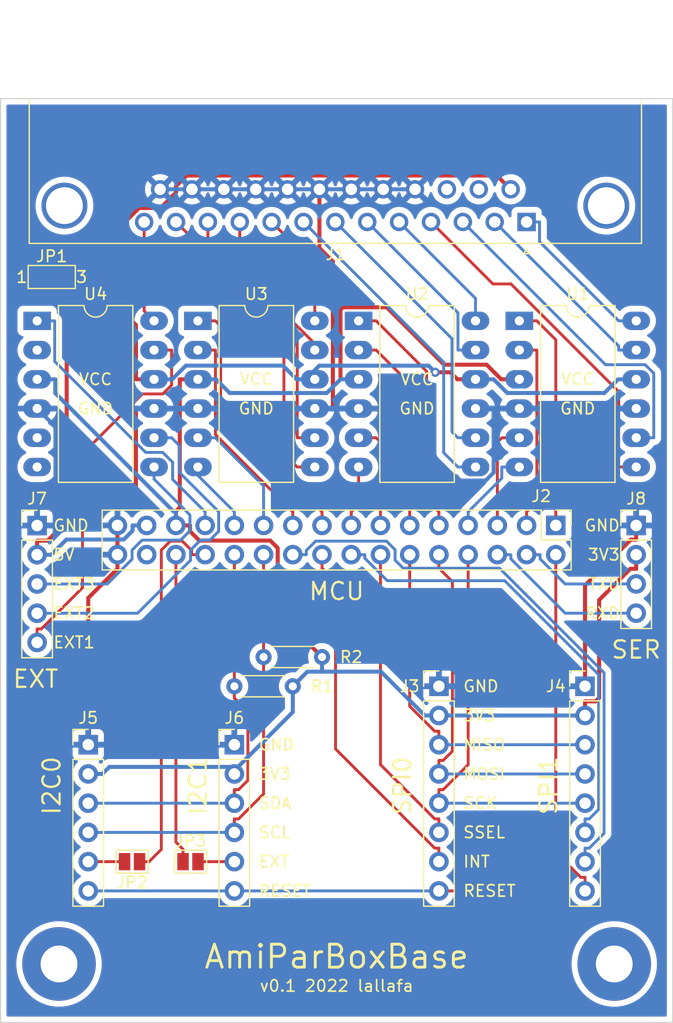
<source format=kicad_pcb>
(kicad_pcb (version 20211014) (generator pcbnew)
  (layers (0 "F.Cu" signal) (31 "B.Cu" signal) (34 "B.Paste" user) (35 "F.Paste" user) (36 "B.SilkS" user "B.Silkscreen") (37 "F.SilkS" user "F.Silkscreen") (38 "B.Mask" user) (39 "F.Mask" user) (44 "Edge.Cuts" user))
  (net 0 "")
  (net 1 "/STROBE")
  (net 2 "/DATA2_PAR")
  (net 3 "/DATA0")
  (net 4 "/DATA1_PAR")
  (net 5 "+3V3")
  (net 6 "GND")
  (net 7 "/+5V_LVL")
  (net 8 "/DATA1")
  (net 9 "/DATA0_PAR")
  (net 10 "/DATA2")
  (net 11 "/STROBE_PAR")
  (net 12 "/DATA3")
  (net 13 "/DATA6_PAR")
  (net 14 "/DATA4")
  (net 15 "/DATA5_PAR")
  (net 16 "/DATA5")
  (net 17 "/DATA4_PAR")
  (net 18 "/DATA6")
  (net 19 "/DATA3_PAR")
  (net 20 "/DATA7")
  (net 21 "/POUT_PAR")
  (net 22 "/ACK")
  (net 23 "/BUSY_PAR")
  (net 24 "/BUSY")
  (net 25 "/ACK_PAR")
  (net 26 "/POUT")
  (net 27 "/DATA7_PAR")
  (net 28 "VCC")
  (net 29 "/SEL")
  (net 30 "/SEL_PAR")
  (net 31 "/+5V_PAR")
  (net 32 "/MISO")
  (net 33 "/MOSI")
  (net 34 "/SCK")
  (net 35 "/SSEL0")
  (net 36 "/SSEL1")
  (net 37 "/SDA")
  (net 38 "/SCL")
  (net 39 "/RESET")
  (net 40 "/INT0")
  (net 41 "/INT1")
  (net 44 "/EXT3_3V3")
  (net 45 "/EXT2_3V3")
  (net 46 "/EXT1_3V3")
  (net 47 "/EXT1_5V")
  (net 48 "/EXT2_5V")
  (net 49 "/EXT3_5V")
  (net 50 "/EXT1")
  (net 51 "/EXT2")
  (net 52 "/EXT3")
  (net 53 "/RXD")
  (net 54 "/TXD")
  (net 55 "Net-(J5-Pad5)")
  (net 56 "Net-(J6-Pad5)")
  (footprint "MountingHole:MountingHole_3.2mm_M3_Pad" (layer "F.Cu") (at 129.54 107.95)
    (fp_text reference "H2" hide)
    (fp_text value "MountingHole" hide)
  )
  (footprint "Connector_PinHeader_2.54mm:PinHeader_1x06_P2.54mm_Vertical" (layer "F.Cu") (at 83.82 88.9)
    (fp_text reference "J5")
    (fp_text value "I2C0")
  )
  (footprint "Package_DIP:DIP-12_W10.16mm_LongPads" (layer "F.Cu") (at 93.35 52.07)
    (fp_text reference "U3")
    (fp_text value "LevelShifter_4" hide)
  )
  (footprint "Connector_PinHeader_2.54mm:PinHeader_1x06_P2.54mm_Vertical" (layer "F.Cu") (at 96.52 88.9)
    (fp_text reference "J6")
    (fp_text value "I2C1")
  )
  (footprint "Connector_PinHeader_2.54mm:PinHeader_1x05_P2.54mm_Vertical" (layer "F.Cu") (at 79.375 69.855)
    (fp_text reference "J7")
    (fp_text value "EXT_5V")
  )
  (footprint "Package_DIP:DIP-12_W10.16mm_LongPads" (layer "F.Cu") (at 107.32 52.07)
    (fp_text reference "U2")
    (fp_text value "LevelShifter_4" hide)
  )
  (footprint "Resistor_THT:R_Axial_DIN0204_L3.6mm_D1.6mm_P5.08mm_Horizontal" (layer "F.Cu") (at 101.6 83.82 180)
    (fp_text reference "R1")
    (fp_text value "4k7")
  )
  (footprint "MountingHole:MountingHole_3.2mm_M3_Pad" (layer "F.Cu") (at 81.28 107.95)
    (fp_text reference "H1" hide)
    (fp_text value "MountingHole" hide)
  )
  (footprint "Connector_PinHeader_2.54mm:PinHeader_1x08_P2.54mm_Vertical" (layer "F.Cu") (at 114.3 83.82)
    (fp_text reference "J3")
    (fp_text value "SPI0")
  )
  (footprint "Jumper:SolderJumper-2_P1.3mm_Open_Pad1.0x1.5mm" (layer "F.Cu") (at 92.71 99.06)
    (fp_text reference "JP3")
    (fp_text value "SolderJumper_2_Open" hide)
  )
  (footprint "Package_DIP:DIP-12_W10.16mm_LongPads" (layer "F.Cu") (at 121.29 52.07)
    (fp_text reference "U1")
    (fp_text value "LevelShifter_4" hide)
  )
  (footprint "Resistor_THT:R_Axial_DIN0204_L3.6mm_D1.6mm_P5.08mm_Horizontal" (layer "F.Cu") (at 104.14 81.28 180)
    (fp_text reference "R2")
    (fp_text value "4k7")
  )
  (footprint "Connector_Dsub:DSUB-25_Male_Horizontal_P2.77x2.84mm_EdgePinOffset7.70mm_Housed_MountingHolesOffset9.12mm" (layer "F.Cu") (at 121.92 43.48 180)
    (fp_text reference "J1")
    (fp_text value "DB25_Male")
  )
  (footprint "Jumper:SolderJumper-3_P1.3mm_Bridged2Bar12_Pad1.0x1.5mm_NumberLabels" (layer "F.Cu") (at 80.645 48.26)
    (fp_text reference "JP1")
    (fp_text value "SolderJumper_3_Bridged12" hide)
  )
  (footprint "Connector_PinHeader_2.54mm:PinHeader_1x08_P2.54mm_Vertical" (layer "F.Cu") (at 127 83.82)
    (fp_text reference "J4")
    (fp_text value "SPI1")
  )
  (footprint "Package_DIP:DIP-12_W10.16mm_LongPads" (layer "F.Cu") (at 79.38 52.07)
    (fp_text reference "U4")
    (fp_text value "LevelShifter_4" hide)
  )
  (footprint "Connector_PinHeader_2.54mm:PinHeader_1x04_P2.54mm_Vertical" (layer "F.Cu") (at 131.445 69.85)
    (fp_text reference "J8")
    (fp_text value "SER")
  )
  (footprint "Connector_PinHeader_2.54mm:PinHeader_2x16_P2.54mm_Vertical" (layer "F.Cu") (at 124.46 69.845 -90)
    (fp_text reference "J2")
    (fp_text value "MCU")
  )
  (footprint "Jumper:SolderJumper-2_P1.3mm_Open_Pad1.0x1.5mm" (layer "F.Cu") (at 87.63 99.06 180)
    (fp_text reference "JP2")
    (fp_text value "SolderJumper_2_Open" hide)
  )
  (gr_line (start 76.2 32.766) (end 134.62 32.766) (layer "Edge.Cuts") (width 0.1))
  (gr_line (start 134.62 32.766) (end 134.62 113.03) (layer "Edge.Cuts") (width 0.1))
  (gr_line (start 76.2 113.03) (end 76.2 32.766) (layer "Edge.Cuts") (width 0.1))
  (gr_line (start 134.62 113.03) (end 76.2 113.03) (layer "Edge.Cuts") (width 0.1))
  (gr_text "SSEL" (at 116.332 96.52) (layer "F.SilkS") (effects (font (size 1 1)) (justify left)))
  (gr_text "SDA" (at 98.552 93.98) (layer "F.SilkS") (effects (font (size 1 1)) (justify left)))
  (gr_text "5V" (at 80.705 72.39) (layer "F.SilkS") (effects (font (size 1 1)) (justify left)))
  (gr_text "AmiParBoxBase" (at 105.41 107.315) (layer "F.SilkS") (effects (font (size 2 2) (thickness 0.25))))
  (gr_text "GND" (at 98.425 59.69) (layer "F.SilkS") (effects (font (size 1 1))))
  (gr_text "GND" (at 126.365 59.69) (layer "F.SilkS") (effects (font (size 1 1))))
  (gr_text "RESET" (at 116.332 101.6) (layer "F.SilkS") (effects (font (size 1 1)) (justify left)))
  (gr_text "VCC" (at 112.395 57.15) (layer "F.SilkS") (effects (font (size 1 1))))
  (gr_text "TXD" (at 130.115 74.93) (layer "F.SilkS") (effects (font (size 1 1)) (justify right)))
  (gr_text "VCC" (at 98.425 57.15) (layer "F.SilkS") (effects (font (size 1 1))))
  (gr_text "SER" (at 131.445 80.645) (layer "F.SilkS") (effects (font (size 1.5 1.5) (thickness 0.2))))
  (gr_text "EXT2" (at 80.705 77.47) (layer "F.SilkS") (effects (font (size 1 1)) (justify left)))
  (gr_text "I2C1" (at 93.345 92.456 90) (layer "F.SilkS") (effects (font (size 1.5 1.5) (thickness 0.2))))
  (gr_text "GND" (at 130.115 69.85) (layer "F.SilkS") (effects (font (size 1 1)) (justify right)))
  (gr_text "EXT3" (at 80.705 74.93) (layer "F.SilkS") (effects (font (size 1 1)) (justify left)))
  (gr_text "EXT" (at 79.248 83.185) (layer "F.SilkS") (effects (font (size 1.5 1.5) (thickness 0.2))))
  (gr_text "RXD" (at 130.115 77.47) (layer "F.SilkS") (effects (font (size 1 1)) (justify right)))
  (gr_text "MISO" (at 116.332 88.9) (layer "F.SilkS") (effects (font (size 1 1)) (justify left)))
  (gr_text "GND" (at 112.395 59.69) (layer "F.SilkS") (effects (font (size 1 1))))
  (gr_text "I2C0" (at 80.645 92.456 90) (layer "F.SilkS") (effects (font (size 1.5 1.5) (thickness 0.2))))
  (gr_text "3V3" (at 116.332 86.36) (layer "F.SilkS") (effects (font (size 1 1)) (justify left)))
  (gr_text "GND" (at 84.455 59.69) (layer "F.SilkS") (effects (font (size 1 1))))
  (gr_text "VCC" (at 126.365 57.15) (layer "F.SilkS") (effects (font (size 1 1))))
  (gr_text "RESET" (at 98.552 101.6) (layer "F.SilkS") (effects (font (size 1 1)) (justify left)))
  (gr_text "SPI1" (at 123.825 92.456 90) (layer "F.SilkS") (effects (font (size 1.5 1.5) (thickness 0.2))))
  (gr_text "GND" (at 98.552 88.9) (layer "F.SilkS") (effects (font (size 1 1)) (justify left)))
  (gr_text "MOSI" (at 116.332 91.44) (layer "F.SilkS") (effects (font (size 1 1)) (justify left)))
  (gr_text "VCC" (at 84.455 57.15) (layer "F.SilkS") (effects (font (size 1 1))))
  (gr_text "GND" (at 116.332 83.82) (layer "F.SilkS") (effects (font (size 1 1)) (justify left)))
  (gr_text "EXT1" (at 80.705 80.01) (layer "F.SilkS") (effects (font (size 1 1)) (justify left)))
  (gr_text "v0.1 2022 lallafa" (at 105.41 109.855) (layer "F.SilkS") (effects (font (size 1 1))))
  (gr_text "MCU" (at 105.41 75.565) (layer "F.SilkS") (effects (font (size 1.5 1.5) (thickness 0.2))))
  (gr_text "SPI0" (at 111.125 92.456 90) (layer "F.SilkS") (effects (font (size 1.5 1.5) (thickness 0.2))))
  (gr_text "SCK" (at 116.332 93.98) (layer "F.SilkS") (effects (font (size 1 1)) (justify left)))
  (gr_text "EXT" (at 98.552 99.06) (layer "F.SilkS") (effects (font (size 1 1)) (justify left)))
  (gr_text "GND" (at 80.705 69.85) (layer "F.SilkS") (effects (font (size 1 1)) (justify left)))
  (gr_text "INT" (at 116.332 99.06) (layer "F.SilkS") (effects (font (size 1 1)) (justify left)))
  (gr_text "3V3" (at 98.552 91.44) (layer "F.SilkS") (effects (font (size 1 1)) (justify left)))
  (gr_text "3V3" (at 130.115 72.39) (layer "F.SilkS") (effects (font (size 1 1)) (justify right)))
  (gr_text "SCL" (at 98.552 96.52) (layer "F.SilkS") (effects (font (size 1 1)) (justify left)))
  (segment (start 122.8153 52.07) (end 124.46 53.7147) (width 0.25) (layer "F.Cu") (net 1))
  (segment (start 121.29 52.07) (end 122.8153 52.07) (width 0.25) (layer "F.Cu") (net 1))
  (segment (start 124.46 53.7147) (end 124.46 69.845) (width 0.25) (layer "F.Cu") (net 1))
  (segment (start 118.9939 48.8639) (end 120.5624 48.8639) (width 0.25) (layer "F.Cu") (net 2))
  (segment (start 131.45 64.77) (end 129.9247 64.77) (width 0.25) (layer "F.Cu") (net 2))
  (segment (start 129.9247 58.2262) (end 129.9247 64.77) (width 0.25) (layer "F.Cu") (net 2))
  (segment (start 113.61 43.48) (end 118.9939 48.8639) (width 0.25) (layer "F.Cu") (net 2))
  (segment (start 120.5624 48.8639) (end 129.9247 58.2262) (width 0.25) (layer "F.Cu") (net 2))
  (segment (start 121.92 69.845) (end 121.92 68.6697) (width 0.25) (layer "F.Cu") (net 3))
  (segment (start 122.8153 67.7744) (end 122.8153 54.61) (width 0.25) (layer "F.Cu") (net 3))
  (segment (start 121.92 68.6697) (end 122.8153 67.7744) (width 0.25) (layer "F.Cu") (net 3))
  (segment (start 121.29 54.61) (end 122.8153 54.61) (width 0.25) (layer "F.Cu") (net 3))
  (segment (start 128.78 55.88) (end 132.2306 55.88) (width 0.25) (layer "B.Cu") (net 4))
  (segment (start 132.9753 56.6247) (end 132.9753 62.23) (width 0.25) (layer "B.Cu") (net 4))
  (segment (start 116.38 43.48) (end 128.78 55.88) (width 0.25) (layer "B.Cu") (net 4))
  (segment (start 131.45 62.23) (end 132.9753 62.23) (width 0.25) (layer "B.Cu") (net 4))
  (segment (start 132.2306 55.88) (end 132.9753 56.6247) (width 0.25) (layer "B.Cu") (net 4))
  (segment (start 114.75 55.88) (end 118.4447 55.88) (width 0.35) (layer "F.Cu") (net 5))
  (segment (start 91.7747 68.285) (end 91.7747 57.15) (width 0.35) (layer "F.Cu") (net 5))
  (segment (start 100.2854 77.4254) (end 100.2854 71.8052) (width 0.35) (layer "F.Cu") (net 5))
  (segment (start 105.9415 50.8946) (end 109.7646 50.8946) (width 0.35) (layer "F.Cu") (net 5))
  (segment (start 128.2253 76.3272) (end 130.9372 73.6153) (width 0.35) (layer "F.Cu") (net 5))
  (segment (start 99.6398 71.1596) (end 93.4721 71.1596) (width 0.35) (layer "F.Cu") (net 5))
  (segment (start 121.29 57.15) (end 119.7147 57.15) (width 0.35) (layer "F.Cu") (net 5))
  (segment (start 91.44 69.845) (end 92.6653 69.845) (width 0.35) (layer "F.Cu") (net 5))
  (segment (start 130.9372 73.6153) (end 131.445 73.6153) (width 0.35) (layer "F.Cu") (net 5))
  (segment (start 104.14 81.28) (end 100.2854 77.4254) (width 0.35) (layer "F.Cu") (net 5))
  (segment (start 127.919 85.1347) (end 128.2253 84.8284) (width 0.35) (layer "F.Cu") (net 5))
  (segment (start 100.2854 71.8052) (end 99.6398 71.1596) (width 0.35) (layer "F.Cu") (net 5))
  (segment (start 118.4447 55.88) (end 119.7147 57.15) (width 0.35) (layer "F.Cu") (net 5))
  (segment (start 128.2253 84.8284) (end 128.2253 76.3272) (width 0.35) (layer "F.Cu") (net 5))
  (segment (start 105.7447 51.0914) (end 105.9415 50.8946) (width 0.35) (layer "F.Cu") (net 5))
  (segment (start 93.4721 71.1596) (end 92.6653 70.3528) (width 0.35) (layer "F.Cu") (net 5))
  (segment (start 92.6653 70.3528) (end 92.6653 69.845) (width 0.35) (layer "F.Cu") (net 5))
  (segment (start 91.44 69.845) (end 91.44 68.6197) (width 0.35) (layer "F.Cu") (net 5))
  (segment (start 93.35 57.15) (end 91.7747 57.15) (width 0.35) (layer "F.Cu") (net 5))
  (segment (start 105.7447 57.15) (end 105.7447 51.0914) (width 0.35) (layer "F.Cu") (net 5))
  (segment (start 127 86.36) (end 127 85.1347) (width 0.35) (layer "F.Cu") (net 5))
  (segment (start 107.32 57.15) (end 105.7447 57.15) (width 0.35) (layer "F.Cu") (net 5))
  (segment (start 109.7646 50.8946) (end 114.75 55.88) (width 0.35) (layer "F.Cu") (net 5))
  (segment (start 127 85.1347) (end 127.919 85.1347) (width 0.35) (layer "F.Cu") (net 5))
  (segment (start 131.445 72.39) (end 131.445 73.6153) (width 0.35) (layer "F.Cu") (net 5))
  (segment (start 91.44 68.6197) (end 91.7747 68.285) (width 0.35) (layer "F.Cu") (net 5))
  (segment (start 104.5542 58.3405) (end 96.1158 58.3405) (width 0.35) (layer "B.Cu") (net 5))
  (segment (start 114.3 86.36) (end 113.0747 86.36) (width 0.35) (layer "B.Cu") (net 5))
  (segment (start 93.35 57.15) (end 94.9253 57.15) (width 0.35) (layer "B.Cu") (net 5))
  (segment (start 91.44 69.845) (end 91.44 68.6197) (width 0.35) (layer "B.Cu") (net 5))
  (segment (start 104.14 82.55) (end 109.2647 82.55) (width 0.35) (layer "B.Cu") (net 5))
  (segment (start 104.14 82.55) (end 102.87 82.55) (width 0.35) (layer "B.Cu") (net 5))
  (segment (start 85.658 90.8273) (end 85.0453 91.44) (width 0.35) (layer "B.Cu") (net 5))
  (segment (start 127 86.36) (end 114.3 86.36) (width 0.35) (layer "B.Cu") (net 5))
  (segment (start 79.38 57.15) (end 80.9553 57.15) (width 0.35) (layer "B.Cu") (net 5))
  (segment (start 96.8335 90.8273) (end 96.52 90.8273) (width 0.35) (layer "B.Cu") (net 5))
  (segment (start 80.9553 57.15) (end 80.9553 58.3516) (width 0.35) (layer "B.Cu") (net 5))
  (segment (start 101.6 83.82) (end 101.6 86.0608) (width 0.35) (layer "B.Cu") (net 5))
  (segment (start 105.7447 57.15) (end 104.5542 58.3405) (width 0.35) (layer "B.Cu") (net 5))
  (segment (start 91.2234 68.6197) (end 91.44 68.6197) (width 0.35) (layer "B.Cu") (net 5))
  (segment (start 96.52 90.8273) (end 85.658 90.8273) (width 0.35) (layer "B.Cu") (net 5))
  (segment (start 101.6 86.0608) (end 96.8335 90.8273) (width 0.35) (layer "B.Cu") (net 5))
  (segment (start 96.52 91.44) (end 96.52 90.8273) (width 0.35) (layer "B.Cu") (net 5))
  (segment (start 104.14 81.28) (end 104.14 82.55) (width 0.35) (layer "B.Cu") (net 5))
  (segment (start 96.1158 58.3405) (end 94.9253 57.15) (width 0.35) (layer "B.Cu") (net 5))
  (segment (start 80.9553 58.3516) (end 91.2234 68.6197) (width 0.35) (layer "B.Cu") (net 5))
  (segment (start 107.32 57.15) (end 105.7447 57.15) (width 0.35) (layer "B.Cu") (net 5))
  (segment (start 102.87 82.55) (end 101.6 83.82) (width 0.35) (layer "B.Cu") (net 5))
  (segment (start 83.82 91.44) (end 85.0453 91.44) (width 0.35) (layer "B.Cu") (net 5))
  (segment (start 109.2647 82.55) (end 113.0747 86.36) (width 0.35) (layer "B.Cu") (net 5))
  (segment (start 87.9647 59.69) (end 87.9647 67.015) (width 0.35) (layer "F.Cu") (net 6))
  (segment (start 127 75.0608) (end 130.9855 71.0753) (width 0.35) (layer "F.Cu") (net 6))
  (segment (start 87.9647 67.015) (end 86.36 68.6197) (width 0.35) (layer "F.Cu") (net 6))
  (segment (start 83.82 76.1503) (end 83.82 88.9) (width 0.35) (layer "F.Cu") (net 6))
  (segment (start 103.51 59.69) (end 104.2977 59.69) (width 0.35) (layer "F.Cu") (net 6))
  (segment (start 86.36 72.385) (end 86.36 69.845) (width 0.35) (layer "F.Cu") (net 6))
  (segment (start 127 83.82) (end 127 75.0608) (width 0.35) (layer "F.Cu") (net 6))
  (segment (start 86.36 73.6103) (end 83.82 76.1503) (width 0.35) (layer "F.Cu") (net 6))
  (segment (start 105.0853 46.9188) (end 103.915 45.7485) (width 0.35) (layer "F.Cu") (net 6))
  (segment (start 131.445 69.85) (end 131.445 71.0753) (width 0.35) (layer "F.Cu") (net 6))
  (segment (start 86.36 69.845) (end 86.36 68.6197) (width 0.35) (layer "F.Cu") (net 6))
  (segment (start 86.36 72.385) (end 86.36 73.6103) (width 0.35) (layer "F.Cu") (net 6))
  (segment (start 103.915 45.7485) (end 103.915 40.64) (width 0.35) (layer "F.Cu") (net 6))
  (segment (start 105.0853 59.69) (end 105.0853 46.9188) (width 0.35) (layer "F.Cu") (net 6))
  (segment (start 130.9855 71.0753) (end 131.445 71.0753) (width 0.35) (layer "F.Cu") (net 6))
  (segment (start 104.2977 59.69) (end 105.0853 59.69) (width 0.35) (layer "F.Cu") (net 6))
  (segment (start 105.0853 59.69) (end 107.32 59.69) (width 0.35) (layer "F.Cu") (net 6))
  (segment (start 89.54 59.69) (end 87.9647 59.69) (width 0.35) (layer "F.Cu") (net 6))
  (segment (start 131.445 69.85) (end 131.445 68.6247) (width 0.35) (layer "B.Cu") (net 6))
  (segment (start 79.375 69.855) (end 80.6003 69.855) (width 0.35) (layer "B.Cu") (net 6))
  (segment (start 95.605 40.64) (end 98.375 40.64) (width 0.35) (layer "B.Cu") (net 6))
  (segment (start 96.52 88.9) (end 83.82 88.9) (width 0.35) (layer "B.Cu") (net 6))
  (segment (start 98.375 40.64) (end 101.145 40.64) (width 0.35) (layer "B.Cu") (net 6))
  (segment (start 106.685 40.64) (end 109.455 40.64) (width 0.35) (layer "B.Cu") (net 6))
  (segment (start 80.9697 69.845) (end 80.6103 69.845) (width 0.35) (layer "B.Cu") (net 6))
  (segment (start 101.145 40.64) (end 103.915 40.64) (width 0.35) (layer "B.Cu") (net 6))
  (segment (start 103.915 40.64) (end 106.685 40.64) (width 0.35) (layer "B.Cu") (net 6))
  (segment (start 86.36 69.845) (end 80.9697 69.845) (width 0.35) (layer "B.Cu") (net 6))
  (segment (start 117.48 59.69) (end 119.0553 59.69) (width 0.35) (layer "B.Cu") (net 6))
  (segment (start 129.8656 59.69) (end 121.29 59.69) (width 0.35) (layer "B.Cu") (net 6))
  (segment (start 95.605 40.64) (end 92.835 40.64) (width 0.35) (layer "B.Cu") (net 6))
  (segment (start 115.1539 65.9486) (end 118.3637 65.9486) (width 0.35) (layer "B.Cu") (net 6))
  (segment (start 109.455 40.64) (end 112.225 40.64) (width 0.35) (layer "B.Cu") (net 6))
  (segment (start 119.0553 65.257) (end 119.0553 59.69) (width 0.35) (layer "B.Cu") (net 6))
  (segment (start 107.32 59.69) (end 108.8953 59.69) (width 0.35) (layer "B.Cu") (net 6))
  (segment (start 129.8656 67.0453) (end 131.445 68.6247) (width 0.35) (layer "B.Cu") (net 6))
  (segment (start 108.8953 59.69) (end 115.1539 65.9486) (width 0.35) (layer "B.Cu") (net 6))
  (segment (start 127 83.82) (end 114.3 83.82) (width 0.35) (layer "B.Cu") (net 6))
  (segment (start 118.3637 65.9486) (end 119.0553 65.257) (width 0.35) (layer "B.Cu") (net 6))
  (segment (start 103.51 59.69) (end 93.35 59.69) (width 0.35) (layer "B.Cu") (net 6))
  (segment (start 92.835 40.64) (end 90.065 40.64) (width 0.35) (layer "B.Cu") (net 6))
  (segment (start 121.29 59.69) (end 119.0553 59.69) (width 0.35) (layer "B.Cu") (net 6))
  (segment (start 80.9697 61.2797) (end 79.38 59.69) (width 0.35) (layer "B.Cu") (net 6))
  (segment (start 131.45 59.69) (end 129.8656 59.69) (width 0.35) (layer "B.Cu") (net 6))
  (segment (start 129.8656 59.69) (end 129.8656 67.0453) (width 0.35) (layer "B.Cu") (net 6))
  (segment (start 80.9697 69.845) (end 80.9697 61.2797) (width 0.35) (layer "B.Cu") (net 6))
  (segment (start 80.6103 69.845) (end 80.6003 69.855) (width 0.35) (layer "B.Cu") (net 6))
  (segment (start 89.54 59.69) (end 93.35 59.69) (width 0.35) (layer "B.Cu") (net 6))
  (segment (start 87.9647 57.15) (end 87.9647 52.4292) (width 0.35) (layer "F.Cu") (net 7))
  (segment (start 87.9647 52.4292) (end 82.6702 47.1347) (width 0.35) (layer "F.Cu") (net 7))
  (segment (start 117.48 57.15) (end 115.9047 57.15) (width 0.35) (layer "F.Cu") (net 7))
  (segment (start 115.2944 56.5397) (end 115.9047 57.15) (width 0.35) (layer "F.Cu") (net 7))
  (segment (start 89.54 57.15) (end 87.9647 57.15) (width 0.35) (layer "F.Cu") (net 7))
  (segment (start 113.9712 56.5397) (end 115.2944 56.5397) (width 0.35) (layer "F.Cu") (net 7))
  (segment (start 82.6702 47.1347) (end 80.645 47.1347) (width 0.35) (layer "F.Cu") (net 7))
  (segment (start 80.645 48.26) (end 80.645 47.1347) (width 0.35) (layer "F.Cu") (net 7))
  (via (at 113.9712 56.5397) (size 0.8) (drill 0.4) (layers "F.Cu" "B.Cu") (net 7))
  (segment (start 92.3058 55.9595) (end 100.7442 55.9595) (width 0.35) (layer "B.Cu") (net 7))
  (segment (start 103.51 57.15) (end 102.7224 57.15) (width 0.35) (layer "B.Cu") (net 7))
  (segment (start 103.9099 55.9625) (end 113.394 55.9625) (width 0.35) (layer "B.Cu") (net 7))
  (segment (start 91.1153 57.15) (end 92.3058 55.9595) (width 0.35) (layer "B.Cu") (net 7))
  (segment (start 117.48 57.15) (end 119.0553 57.15) (width 0.35) (layer "B.Cu") (net 7))
  (segment (start 129.8747 57.15) (end 128.6842 58.3405) (width 0.35) (layer "B.Cu") (net 7))
  (segment (start 113.394 55.9625) (end 113.9712 56.5397) (width 0.35) (layer "B.Cu") (net 7))
  (segment (start 131.45 57.15) (end 129.8747 57.15) (width 0.35) (layer "B.Cu") (net 7))
  (segment (start 89.54 57.15) (end 91.1153 57.15) (width 0.35) (layer "B.Cu") (net 7))
  (segment (start 102.7224 57.15) (end 101.9347 57.15) (width 0.35) (layer "B.Cu") (net 7))
  (segment (start 128.6842 58.3405) (end 120.2458 58.3405) (width 0.35) (layer "B.Cu") (net 7))
  (segment (start 102.7224 57.15) (end 103.9099 55.9625) (width 0.35) (layer "B.Cu") (net 7))
  (segment (start 120.2458 58.3405) (end 119.0553 57.15) (width 0.35) (layer "B.Cu") (net 7))
  (segment (start 100.7442 55.9595) (end 101.9347 57.15) (width 0.35) (layer "B.Cu") (net 7))
  (segment (start 119.38 69.845) (end 119.38 62.6147) (width 0.25) (layer "F.Cu") (net 8))
  (segment (start 119.38 62.6147) (end 119.7647 62.23) (width 0.25) (layer "F.Cu") (net 8))
  (segment (start 121.29 62.23) (end 119.7647 62.23) (width 0.25) (layer "F.Cu") (net 8))
  (segment (start 119.15 43.48) (end 129.9247 54.2547) (width 0.25) (layer "B.Cu") (net 9))
  (segment (start 129.9247 54.2547) (end 129.9247 54.61) (width 0.25) (layer "B.Cu") (net 9))
  (segment (start 131.45 54.61) (end 129.9247 54.61) (width 0.25) (layer "B.Cu") (net 9))
  (segment (start 116.84 68.6697) (end 119.7647 65.745) (width 0.25) (layer "B.Cu") (net 10))
  (segment (start 121.29 64.77) (end 119.7647 64.77) (width 0.25) (layer "B.Cu") (net 10))
  (segment (start 119.7647 65.745) (end 119.7647 64.77) (width 0.25) (layer "B.Cu") (net 10))
  (segment (start 116.84 69.845) (end 116.84 68.6697) (width 0.25) (layer "B.Cu") (net 10))
  (segment (start 123.0453 45.1906) (end 129.9247 52.07) (width 0.25) (layer "B.Cu") (net 11))
  (segment (start 123.0453 43.48) (end 123.0453 45.1906) (width 0.25) (layer "B.Cu") (net 11))
  (segment (start 121.92 43.48) (end 123.0453 43.48) (width 0.25) (layer "B.Cu") (net 11))
  (segment (start 131.45 52.07) (end 129.9247 52.07) (width 0.25) (layer "B.Cu") (net 11))
  (segment (start 108.8453 52.07) (end 113.2266 56.4513) (width 0.25) (layer "F.Cu") (net 12))
  (segment (start 114.3 69.845) (end 114.3 68.6697) (width 0.25) (layer "F.Cu") (net 12))
  (segment (start 113.2266 56.4513) (end 113.2266 67.5963) (width 0.25) (layer "F.Cu") (net 12))
  (segment (start 107.32 52.07) (end 108.8453 52.07) (width 0.25) (layer "F.Cu") (net 12))
  (segment (start 113.2266 67.5963) (end 114.3 68.6697) (width 0.25) (layer "F.Cu") (net 12))
  (segment (start 114.7158 55.6658) (end 114.7158 63.5311) (width 0.25) (layer "B.Cu") (net 13))
  (segment (start 114.7158 63.5311) (end 115.9547 64.77) (width 0.25) (layer "B.Cu") (net 13))
  (segment (start 102.53 43.48) (end 114.7158 55.6658) (width 0.25) (layer "B.Cu") (net 13))
  (segment (start 117.48 64.77) (end 115.9547 64.77) (width 0.25) (layer "B.Cu") (net 13))
  (segment (start 107.32 54.61) (end 108.8453 54.61) (width 0.25) (layer "F.Cu") (net 14))
  (segment (start 108.8453 54.61) (end 111.76 57.5247) (width 0.25) (layer "F.Cu") (net 14))
  (segment (start 111.76 57.5247) (end 111.76 69.845) (width 0.25) (layer "F.Cu") (net 14))
  (segment (start 115.4334 53.6134) (end 115.4334 61.7087) (width 0.25) (layer "B.Cu") (net 15))
  (segment (start 105.3 43.48) (end 115.4334 53.6134) (width 0.25) (layer "B.Cu") (net 15))
  (segment (start 117.48 62.23) (end 115.9547 62.23) (width 0.25) (layer "B.Cu") (net 15))
  (segment (start 115.4334 61.7087) (end 115.9547 62.23) (width 0.25) (layer "B.Cu") (net 15))
  (segment (start 107.32 62.23) (end 108.8453 62.23) (width 0.25) (layer "F.Cu") (net 16))
  (segment (start 109.22 62.6047) (end 108.8453 62.23) (width 0.25) (layer "F.Cu") (net 16))
  (segment (start 109.22 69.845) (end 109.22 62.6047) (width 0.25) (layer "F.Cu") (net 16))
  (segment (start 115.9547 51.3647) (end 115.9547 54.61) (width 0.25) (layer "B.Cu") (net 17))
  (segment (start 108.07 43.48) (end 115.9547 51.3647) (width 0.25) (layer "B.Cu") (net 17))
  (segment (start 117.48 54.61) (end 115.9547 54.61) (width 0.25) (layer "B.Cu") (net 17))
  (segment (start 106.68 68.6697) (end 107.32 68.0297) (width 0.25) (layer "F.Cu") (net 18))
  (segment (start 107.32 68.0297) (end 107.32 64.77) (width 0.25) (layer "F.Cu") (net 18))
  (segment (start 106.68 69.845) (end 106.68 68.6697) (width 0.25) (layer "F.Cu") (net 18))
  (segment (start 110.84 43.48) (end 117.48 50.12) (width 0.25) (layer "B.Cu") (net 19))
  (segment (start 117.48 50.12) (end 117.48 52.07) (width 0.25) (layer "B.Cu") (net 19))
  (segment (start 95.3257 59.8554) (end 95.3257 52.5204) (width 0.25) (layer "F.Cu") (net 20))
  (segment (start 104.14 68.6697) (end 95.3257 59.8554) (width 0.25) (layer "F.Cu") (net 20))
  (segment (start 93.35 52.07) (end 94.8753 52.07) (width 0.25) (layer "F.Cu") (net 20))
  (segment (start 95.3257 52.5204) (end 94.8753 52.07) (width 0.25) (layer "F.Cu") (net 20))
  (segment (start 104.14 69.845) (end 104.14 68.6697) (width 0.25) (layer "F.Cu") (net 20))
  (segment (start 103.51 64.77) (end 101.9847 64.77) (width 0.25) (layer "F.Cu") (net 21))
  (segment (start 100.8279 52.8579) (end 100.8279 63.6132) (width 0.25) (layer "F.Cu") (net 21))
  (segment (start 91.45 43.48) (end 100.8279 52.8579) (width 0.25) (layer "F.Cu") (net 21))
  (segment (start 100.8279 63.6132) (end 101.9847 64.77) (width 0.25) (layer "F.Cu") (net 21))
  (segment (start 101.6 68.6697) (end 94.8753 61.945) (width 0.25) (layer "F.Cu") (net 22))
  (segment (start 93.35 54.61) (end 94.8753 54.61) (width 0.25) (layer "F.Cu") (net 22))
  (segment (start 94.8753 61.945) (end 94.8753 54.61) (width 0.25) (layer "F.Cu") (net 22))
  (segment (start 101.6 69.845) (end 101.6 68.6697) (width 0.25) (layer "F.Cu") (net 22))
  (segment (start 94.22 43.48) (end 94.22 45.5787) (width 0.25) (layer "F.Cu") (net 23))
  (segment (start 94.22 45.5787) (end 101.9847 53.3434) (width 0.25) (layer "F.Cu") (net 23))
  (segment (start 101.9847 53.3434) (end 101.9847 62.23) (width 0.25) (layer "F.Cu") (net 23))
  (segment (start 103.51 62.23) (end 101.9847 62.23) (width 0.25) (layer "F.Cu") (net 23))
  (segment (start 93.35 62.23) (end 94.8753 62.23) (width 0.25) (layer "B.Cu") (net 24))
  (segment (start 99.06 66.4147) (end 94.8753 62.23) (width 0.25) (layer "B.Cu") (net 24))
  (segment (start 99.06 69.845) (end 99.06 66.4147) (width 0.25) (layer "B.Cu") (net 24))
  (segment (start 96.99 43.48) (end 96.99 47.5416) (width 0.25) (layer "F.Cu") (net 25))
  (segment (start 103.51 54.0616) (end 103.51 54.61) (width 0.25) (layer "F.Cu") (net 25))
  (segment (start 96.99 47.5416) (end 103.51 54.0616) (width 0.25) (layer "F.Cu") (net 25))
  (segment (start 96.52 68.6697) (end 93.35 65.4997) (width 0.25) (layer "B.Cu") (net 26))
  (segment (start 96.52 69.845) (end 96.52 68.6697) (width 0.25) (layer "B.Cu") (net 26))
  (segment (start 93.35 65.4997) (end 93.35 64.77) (width 0.25) (layer "B.Cu") (net 26))
  (segment (start 103.51 47.23) (end 103.51 52.07) (width 0.25) (layer "F.Cu") (net 27))
  (segment (start 99.76 43.48) (end 103.51 47.23) (width 0.25) (layer "F.Cu") (net 27))
  (segment (start 80.294 71.1697) (end 81.945 69.5187) (width 0.35) (layer "F.Cu") (net 28))
  (segment (start 81.945 69.5187) (end 81.945 48.26) (width 0.35) (layer "F.Cu") (net 28))
  (segment (start 79.375 71.1697) (end 80.294 71.1697) (width 0.35) (layer "F.Cu") (net 28))
  (segment (start 79.375 72.395) (end 79.375 71.1697) (width 0.35) (layer "F.Cu") (net 28))
  (segment (start 86.909 71.0703) (end 81.925 71.0703) (width 0.35) (layer "B.Cu") (net 28))
  (segment (start 88.9 69.845) (end 87.6747 69.845) (width 0.35) (layer "B.Cu") (net 28))
  (segment (start 81.925 71.0703) (end 80.6003 72.395) (width 0.35) (layer "B.Cu") (net 28))
  (segment (start 87.6747 69.845) (end 87.6747 70.3046) (width 0.35) (layer "B.Cu") (net 28))
  (segment (start 79.375 72.395) (end 80.6003 72.395) (width 0.35) (layer "B.Cu") (net 28))
  (segment (start 87.6747 70.3046) (end 86.909 71.0703) (width 0.35) (layer "B.Cu") (net 28))
  (segment (start 93.98 69.845) (end 93.98 68.6697) (width 0.25) (layer "B.Cu") (net 29))
  (segment (start 91.1558 64.361) (end 90.2948 63.5) (width 0.25) (layer "B.Cu") (net 29))
  (segment (start 88.8134 63.5) (end 80.9053 55.5919) (width 0.25) (layer "B.Cu") (net 29))
  (segment (start 79.38 52.07) (end 80.9053 52.07) (width 0.25) (layer "B.Cu") (net 29))
  (segment (start 93.98 68.6697) (end 91.1558 65.8455) (width 0.25) (layer "B.Cu") (net 29))
  (segment (start 91.1558 65.8455) (end 91.1558 64.361) (width 0.25) (layer "B.Cu") (net 29))
  (segment (start 80.9053 55.5919) (end 80.9053 52.07) (width 0.25) (layer "B.Cu") (net 29))
  (segment (start 90.2948 63.5) (end 88.8134 63.5) (width 0.25) (layer "B.Cu") (net 29))
  (segment (start 89.54 52.07) (end 88.68 51.21) (width 0.25) (layer "F.Cu") (net 30))
  (segment (start 88.68 51.21) (end 88.68 43.48) (width 0.25) (layer "F.Cu") (net 30))
  (segment (start 90.1088 42.2601) (end 91.45 40.9189) (width 0.35) (layer "F.Cu") (net 31))
  (segment (start 92.3689 39.4432) (end 119.3382 39.4432) (width 0.35) (layer "F.Cu") (net 31))
  (segment (start 85.6221 44.871) (end 88.233 42.2601) (width 0.35) (layer "F.Cu") (net 31))
  (segment (start 119.3382 39.4432) (end 120.535 40.64) (width 0.35) (layer "F.Cu") (net 31))
  (segment (start 79.345 47.1347) (end 81.6087 44.871) (width 0.35) (layer "F.Cu") (net 31))
  (segment (start 91.45 40.9189) (end 91.45 40.3621) (width 0.35) (layer "F.Cu") (net 31))
  (segment (start 81.6087 44.871) (end 85.6221 44.871) (width 0.35) (layer "F.Cu") (net 31))
  (segment (start 88.233 42.2601) (end 90.1088 42.2601) (width 0.35) (layer "F.Cu") (net 31))
  (segment (start 91.45 40.3621) (end 92.3689 39.4432) (width 0.35) (layer "F.Cu") (net 31))
  (segment (start 79.345 48.26) (end 79.345 47.1347) (width 0.35) (layer "F.Cu") (net 31))
  (segment (start 111.76 73.5603) (end 111.76 85.5521) (width 0.25) (layer "F.Cu") (net 32))
  (segment (start 114.3 88.9) (end 114.3 87.7247) (width 0.25) (layer "F.Cu") (net 32))
  (segment (start 111.76 85.5521) (end 113.9326 87.7247) (width 0.25) (layer "F.Cu") (net 32))
  (segment (start 113.9326 87.7247) (end 114.3 87.7247) (width 0.25) (layer "F.Cu") (net 32))
  (segment (start 111.76 72.385) (end 111.76 73.5603) (width 0.25) (layer "F.Cu") (net 32))
  (segment (start 127 88.9) (end 114.3 88.9) (width 0.25) (layer "B.Cu") (net 32))
  (segment (start 114.3 91.44) (end 114.3 90.2647) (width 0.25) (layer "F.Cu") (net 33))
  (segment (start 114.3 72.385) (end 114.3 73.5603) (width 0.25) (layer "F.Cu") (net 33))
  (segment (start 114.3 73.5603) (end 115.4753 74.7356) (width 0.25) (layer "F.Cu") (net 33))
  (segment (start 115.4753 74.7356) (end 115.4753 89.4568) (width 0.25) (layer "F.Cu") (net 33))
  (segment (start 115.4753 89.4568) (end 114.6674 90.2647) (width 0.25) (layer "F.Cu") (net 33))
  (segment (start 114.6674 90.2647) (end 114.3 90.2647) (width 0.25) (layer "F.Cu") (net 33))
  (segment (start 127 91.44) (end 114.3 91.44) (width 0.25) (layer "B.Cu") (net 33))
  (segment (start 116.84 72.385) (end 116.84 90.632) (width 0.25) (layer "F.Cu") (net 34))
  (segment (start 116.84 90.632) (end 114.6673 92.8047) (width 0.25) (layer "F.Cu") (net 34))
  (segment (start 114.6673 92.8047) (end 114.3 92.8047) (width 0.25) (layer "F.Cu") (net 34))
  (segment (start 114.3 93.98) (end 114.3 92.8047) (width 0.25) (layer "F.Cu") (net 34))
  (segment (start 114.3 93.98) (end 127 93.98) (width 0.25) (layer "B.Cu") (net 34))
  (segment (start 114.3 96.52) (end 114.3 95.3447) (width 0.25) (layer "F.Cu") (net 35))
  (segment (start 109.22 90.6321) (end 109.22 73.5603) (width 0.25) (layer "F.Cu") (net 35))
  (segment (start 113.9326 95.3447) (end 109.22 90.6321) (width 0.25) (layer "F.Cu") (net 35))
  (segment (start 109.22 72.385) (end 109.22 73.5603) (width 0.25) (layer "F.Cu") (net 35))
  (segment (start 114.3 95.3447) (end 113.9326 95.3447) (width 0.25) (layer "F.Cu") (net 35))
  (segment (start 127 96.52) (end 127 95.3447) (width 0.25) (layer "B.Cu") (net 36))
  (segment (start 128.1856 82.816) (end 128.1856 94.5264) (width 0.25) (layer "B.Cu") (net 36))
  (segment (start 109.8119 74.6475) (end 120.0171 74.6475) (width 0.25) (layer "B.Cu") (net 36))
  (segment (start 107.8553 72.6909) (end 109.8119 74.6475) (width 0.25) (layer "B.Cu") (net 36))
  (segment (start 107.8553 72.385) (end 107.8553 72.6909) (width 0.25) (layer "B.Cu") (net 36))
  (segment (start 106.68 72.385) (end 107.8553 72.385) (width 0.25) (layer "B.Cu") (net 36))
  (segment (start 128.1856 94.5264) (end 127.3673 95.3447) (width 0.25) (layer "B.Cu") (net 36))
  (segment (start 120.0171 74.6475) (end 128.1856 82.816) (width 0.25) (layer "B.Cu") (net 36))
  (segment (start 127.3673 95.3447) (end 127 95.3447) (width 0.25) (layer "B.Cu") (net 36))
  (segment (start 96.52 84.8453) (end 97.6953 86.0206) (width 0.25) (layer "F.Cu") (net 37))
  (segment (start 97.6953 86.0206) (end 97.6953 91.9968) (width 0.25) (layer "F.Cu") (net 37))
  (segment (start 97.6953 91.9968) (end 96.8874 92.8047) (width 0.25) (layer "F.Cu") (net 37))
  (segment (start 96.52 93.98) (end 96.52 92.8047) (width 0.25) (layer "F.Cu") (net 37))
  (segment (start 96.52 72.385) (end 96.52 83.82) (width 0.25) (layer "F.Cu") (net 37))
  (segment (start 96.52 83.82) (end 96.52 84.8453) (width 0.25) (layer "F.Cu") (net 37))
  (segment (start 96.8874 92.8047) (end 96.52 92.8047) (width 0.25) (layer "F.Cu") (net 37))
  (segment (start 96.52 93.98) (end 83.82 93.98) (width 0.25) (layer "B.Cu") (net 37))
  (segment (start 99.06 72.385) (end 99.06 81.28) (width 0.25) (layer "F.Cu") (net 38))
  (segment (start 99.06 81.28) (end 99.06 93.172) (width 0.25) (layer "F.Cu") (net 38))
  (segment (start 99.06 93.172) (end 96.8873 95.3447) (width 0.25) (layer "F.Cu") (net 38))
  (segment (start 96.8873 95.3447) (end 96.52 95.3447) (width 0.25) (layer "F.Cu") (net 38))
  (segment (start 96.52 96.52) (end 96.52 95.3447) (width 0.25) (layer "F.Cu") (net 38))
  (segment (start 96.52 96.52) (end 83.82 96.52) (width 0.25) (layer "B.Cu") (net 38))
  (segment (start 124.46 72.385) (end 124.46 98.252) (width 0.25) (layer "F.Cu") (net 39))
  (segment (start 121.112 101.6) (end 114.3 101.6) (width 0.25) (layer "F.Cu") (net 39))
  (segment (start 124.46 98.252) (end 126.6327 100.4247) (width 0.25) (layer "F.Cu") (net 39))
  (segment (start 126.6327 100.4247) (end 127 100.4247) (width 0.25) (layer "F.Cu") (net 39))
  (segment (start 124.46 98.252) (end 121.112 101.6) (width 0.25) (layer "F.Cu") (net 39))
  (segment (start 127 101.6) (end 127 100.4247) (width 0.25) (layer "F.Cu") (net 39))
  (segment (start 114.3 101.6) (end 96.52 101.6) (width 0.25) (layer "B.Cu") (net 39))
  (segment (start 96.52 101.6) (end 83.82 101.6) (width 0.25) (layer "B.Cu") (net 39))
  (segment (start 105.3153 74.7356) (end 105.3153 89.2673) (width 0.25) (layer "F.Cu") (net 40))
  (segment (start 105.3153 89.2673) (end 113.9327 97.8847) (width 0.25) (layer "F.Cu") (net 40))
  (segment (start 114.3 99.06) (end 114.3 97.8847) (width 0.25) (layer "F.Cu") (net 40))
  (segment (start 113.9327 97.8847) (end 114.3 97.8847) (width 0.25) (layer "F.Cu") (net 40))
  (segment (start 104.14 72.385) (end 104.14 73.5603) (width 0.25) (layer "F.Cu") (net 40))
  (segment (start 104.14 73.5603) (end 105.3153 74.7356) (width 0.25) (layer "F.Cu") (net 40))
  (segment (start 128.6524 96.5996) (end 127.3673 97.8847) (width 0.25) (layer "B.Cu") (net 41))
  (segment (start 111.1927 73.5604) (end 119.5669 73.5604) (width 0.25) (layer "B.Cu") (net 41))
  (segment (start 102.7753 72.0177) (end 103.5834 71.2096) (width 0.25) (layer "B.Cu") (net 41))
  (segment (start 110.49 71.954) (end 110.49 72.8577) (width 0.25) (layer "B.Cu") (net 41))
  (segment (start 127 99.06) (end 127 97.8847) (width 0.25) (layer "B.Cu") (net 41))
  (segment (start 127.3673 97.8847) (end 127 97.8847) (width 0.25) (layer "B.Cu") (net 41))
  (segment (start 102.7753 72.385) (end 102.7753 72.0177) (width 0.25) (layer "B.Cu") (net 41))
  (segment (start 110.49 72.8577) (end 111.1927 73.5604) (width 0.25) (layer "B.Cu") (net 41))
  (segment (start 109.7456 71.2096) (end 110.49 71.954) (width 0.25) (layer "B.Cu") (net 41))
  (segment (start 119.5669 73.5604) (end 128.6524 82.6459) (width 0.25) (layer "B.Cu") (net 41))
  (segment (start 103.5834 71.2096) (end 109.7456 71.2096) (width 0.25) (layer "B.Cu") (net 41))
  (segment (start 101.6 72.385) (end 102.7753 72.385) (width 0.25) (layer "B.Cu") (net 41))
  (segment (start 128.6524 82.6459) (end 128.6524 96.5996) (width 0.25) (layer "B.Cu") (net 41))
  (segment (start 89.54 54.61) (end 91.0653 54.61) (width 0.25) (layer "F.Cu") (net 47))
  (segment (start 79.375 80.015) (end 79.375 78.8397) (width 0.25) (layer "F.Cu") (net 47))
  (segment (start 83.3196 75.2624) (end 79.7423 78.8397) (width 0.25) (layer "F.Cu") (net 47))
  (segment (start 91.0653 57.6518) (end 90.2971 58.42) (width 0.25) (layer "F.Cu") (net 47))
  (segment (start 79.7423 78.8397) (end 79.375 78.8397) (width 0.25) (layer "F.Cu") (net 47))
  (segment (start 90.2971 58.42) (end 88.5265 58.42) (width 0.25) (layer "F.Cu") (net 47))
  (segment (start 91.0653 54.61) (end 91.0653 57.6518) (width 0.25) (layer "F.Cu") (net 47))
  (segment (start 88.5265 58.42) (end 83.3196 63.6269) (width 0.25) (layer "F.Cu") (net 47))
  (segment (start 83.3196 63.6269) (end 83.3196 75.2624) (width 0.25) (layer "F.Cu") (net 47))
  (segment (start 91.0653 62.23) (end 91.7508 62.9155) (width 0.25) (layer "B.Cu") (net 48))
  (segment (start 92.71 71.9908) (end 92.71 72.8738) (width 0.25) (layer "B.Cu") (net 48))
  (segment (start 91.7508 62.9155) (end 91.7508 65.2453) (width 0.25) (layer "B.Cu") (net 48))
  (segment (start 91.7508 65.2453) (end 95.1559 68.6504) (width 0.25) (layer "B.Cu") (net 48))
  (segment (start 95.1559 70.3615) (end 94.3975 71.1199) (width 0.25) (layer "B.Cu") (net 48))
  (segment (start 93.5809 71.1199) (end 92.71 71.9908) (width 0.25) (layer "B.Cu") (net 48))
  (segment (start 89.54 62.23) (end 91.0653 62.23) (width 0.25) (layer "B.Cu") (net 48))
  (segment (start 88.1088 77.475) (end 79.375 77.475) (width 0.25) (layer "B.Cu") (net 48))
  (segment (start 94.3975 71.1199) (end 93.5809 71.1199) (width 0.25) (layer "B.Cu") (net 48))
  (segment (start 95.1559 68.6504) (end 95.1559 70.3615) (width 0.25) (layer "B.Cu") (net 48))
  (segment (start 92.71 72.8738) (end 88.1088 77.475) (width 0.25) (layer "B.Cu") (net 48))
  (segment (start 87.63 71.9908) (end 87.63 72.7807) (width 0.25) (layer "B.Cu") (net 49))
  (segment (start 92.6593 68.9388) (end 92.6593 70.3096) (width 0.25) (layer "B.Cu") (net 49))
  (segment (start 87.63 72.7807) (end 85.4757 74.935) (width 0.25) (layer "B.Cu") (net 49))
  (segment (start 92.6593 70.3096) (end 91.8488 71.1201) (width 0.25) (layer "B.Cu") (net 49))
  (segment (start 89.54 64.77) (end 89.54 65.8195) (width 0.25) (layer "B.Cu") (net 49))
  (segment (start 85.4757 74.935) (end 79.375 74.935) (width 0.25) (layer "B.Cu") (net 49))
  (segment (start 89.54 65.8195) (end 92.6593 68.9388) (width 0.25) (layer "B.Cu") (net 49))
  (segment (start 88.5007 71.1201) (end 87.63 71.9908) (width 0.25) (layer "B.Cu") (net 49))
  (segment (start 91.8488 71.1201) (end 88.5007 71.1201) (width 0.25) (layer "B.Cu") (net 49))
  (segment (start 90.9505 71.2097) (end 91.9968 71.2097) (width 0.25) (layer "F.Cu") (net 50))
  (segment (start 90.17 71.9902) (end 90.9505 71.2097) (width 0.25) (layer "F.Cu") (net 50))
  (segment (start 93.98 72.385) (end 92.8047 72.385) (width 0.25) (layer "F.Cu") (net 50))
  (segment (start 92.8047 72.0176) (end 92.8047 72.385) (width 0.25) (layer "F.Cu") (net 50))
  (segment (start 89.1053 99.06) (end 90.17 97.9953) (width 0.25) (layer "F.Cu") (net 50))
  (segment (start 90.17 97.9953) (end 90.17 71.9902) (width 0.25) (layer "F.Cu") (net 50))
  (segment (start 88.28 99.06) (end 89.1053 99.06) (width 0.25) (layer "F.Cu") (net 50))
  (segment (start 91.9968 71.2097) (end 92.8047 72.0176) (width 0.25) (layer "F.Cu") (net 50))
  (segment (start 91.44 97.3647) (end 92.06 97.9847) (width 0.25) (layer "F.Cu") (net 51))
  (segment (start 91.44 72.385) (end 91.44 97.3647) (width 0.25) (layer "F.Cu") (net 51))
  (segment (start 92.06 99.06) (end 92.06 97.9847) (width 0.25) (layer "F.Cu") (net 51))
  (segment (start 125.273 77.47) (end 131.445 77.47) (width 0.25) (layer "B.Cu") (net 53))
  (segment (start 120.5553 72.7523) (end 125.273 77.47) (width 0.25) (layer "B.Cu") (net 53))
  (segment (start 119.38 72.385) (end 120.5553 72.385) (width 0.25) (layer "B.Cu") (net 53))
  (segment (start 120.5553 72.385) (end 120.5553 72.7523) (width 0.25) (layer "B.Cu") (net 53))
  (segment (start 125.273 74.93) (end 131.445 74.93) (width 0.25) (layer "B.Cu") (net 54))
  (segment (start 123.0953 72.385) (end 123.0953 72.7523) (width 0.25) (layer "B.Cu") (net 54))
  (segment (start 123.0953 72.7523) (end 125.273 74.93) (width 0.25) (layer "B.Cu") (net 54))
  (segment (start 121.92 72.385) (end 123.0953 72.385) (width 0.25) (layer "B.Cu") (net 54))
  (segment (start 86.98 99.06) (end 83.82 99.06) (width 0.25) (layer "F.Cu") (net 55))
  (segment (start 93.36 99.06) (end 96.52 99.06) (width 0.25) (layer "F.Cu") (net 56))
  (zone (net 6) (net_name "GND") (layer "B.Cu") (connect_pads (clearance 0.508)) (min_thickness 0.254) (fill yes (thermal_gap 0.508) (thermal_bridge_width 0.508))
    (polygon (pts (xy 134.62 113.03) (xy 76.2 113.03) (xy 76.2 32.385) (xy 134.62 32.385)))
  )
)
</source>
